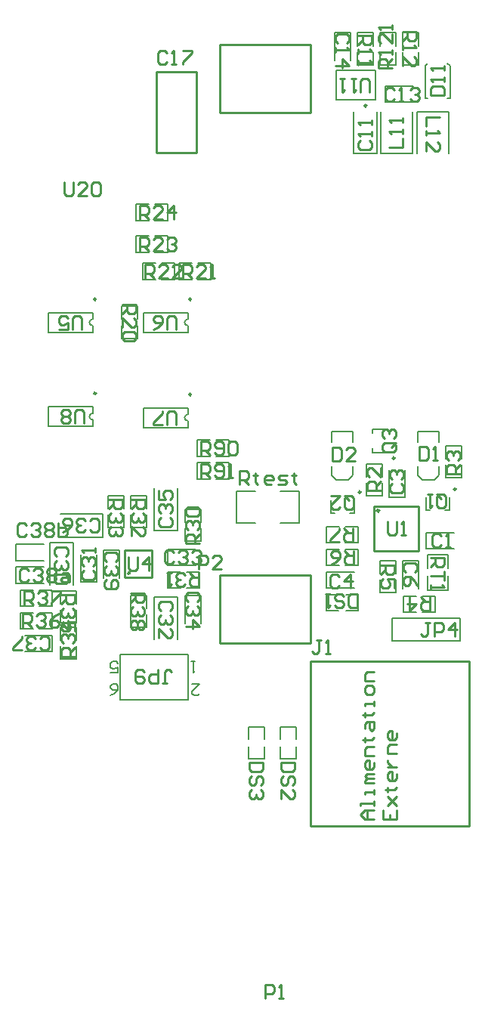
<source format=gto>
%FSLAX24Y24*%
%MOIN*%
G70*
G01*
G75*
%ADD10C,0.0100*%
%ADD11R,0.0394X0.0433*%
%ADD12R,0.0374X0.0354*%
%ADD13R,0.0630X0.0335*%
%ADD14R,0.0315X0.0118*%
%ADD15R,0.0118X0.0315*%
%ADD16R,0.0571X0.0217*%
%ADD17R,0.0236X0.0787*%
%ADD18R,0.0118X0.0787*%
%ADD19R,0.0591X0.0512*%
%ADD20R,0.0354X0.0374*%
%ADD21R,0.0354X0.0374*%
%ADD22R,0.1063X0.0630*%
%ADD23R,0.0433X0.0394*%
%ADD24R,0.0315X0.0630*%
%ADD25R,0.0709X0.0630*%
%ADD26R,0.0433X0.0394*%
%ADD27R,0.0940X0.1000*%
%ADD28R,0.1300X0.1600*%
%ADD29R,0.6693X0.2500*%
%ADD30R,0.0787X0.0787*%
%ADD31R,0.0236X0.0866*%
%ADD32R,0.0236X0.0866*%
%ADD33R,0.0709X0.1063*%
%ADD34R,0.0394X0.0433*%
%ADD35R,0.0374X0.0354*%
%ADD36R,0.0630X0.0709*%
%ADD37C,0.0400*%
%ADD38C,0.0300*%
%ADD39C,0.0200*%
%ADD40C,0.0500*%
%ADD41C,0.0591*%
%ADD42R,0.0591X0.0591*%
%ADD43C,0.1181*%
%ADD44C,0.1181*%
%ADD45C,0.1575*%
%ADD46C,0.0394*%
%ADD47C,0.0394*%
%ADD48R,0.0315X0.0315*%
%ADD49C,0.0098*%
%ADD50C,0.0079*%
%ADD51C,0.0080*%
D10*
X16439Y-21749D02*
G03*
X16439Y-21754I-62J-5D01*
G01*
X5421Y-24515D02*
G03*
X5420Y-24523I-44J0D01*
G01*
X9400Y-27603D02*
Y-24603D01*
X13400Y-27603D02*
Y-24603D01*
X9400Y-27603D02*
X13400D01*
X9400Y-24603D02*
X13400D01*
X9400Y-4203D02*
Y-1203D01*
X13400Y-4203D02*
Y-1203D01*
X9400Y-4203D02*
X13400D01*
X9400Y-1203D02*
X13400D01*
X16200Y-23546D02*
Y-21577D01*
Y-23546D02*
X18168D01*
Y-21577D01*
X16200D02*
X18168D01*
X6384Y-24681D02*
Y-23500D01*
X5203Y-24681D02*
X6384D01*
X5203Y-24681D02*
Y-23500D01*
X6384D01*
X6600Y-5950D02*
Y-2400D01*
X8350Y-5950D02*
Y-2400D01*
X6600D02*
X8350D01*
X6600Y-5950D02*
X8350D01*
X20400Y-35650D02*
Y-28400D01*
X13400D02*
X20400D01*
X13400Y-35650D02*
Y-28400D01*
Y-35650D02*
X20400D01*
X8450Y-24320D02*
Y-23720D01*
X8750D01*
X8850Y-23820D01*
Y-24020D01*
X8750Y-24120D01*
X8450D01*
X9450Y-24320D02*
X9050D01*
X9450Y-23920D01*
Y-23820D01*
X9350Y-23720D01*
X9150D01*
X9050Y-23820D01*
X11400Y-43270D02*
Y-42670D01*
X11700D01*
X11800Y-42770D01*
Y-42970D01*
X11700Y-43070D01*
X11400D01*
X12000Y-43270D02*
X12200D01*
X12100D01*
Y-42670D01*
X12000Y-42770D01*
X10250Y-20600D02*
Y-20000D01*
X10550D01*
X10650Y-20100D01*
Y-20300D01*
X10550Y-20400D01*
X10250D01*
X10450D02*
X10650Y-20600D01*
X10950Y-20100D02*
Y-20200D01*
X10850D01*
X11050D01*
X10950D01*
Y-20500D01*
X11050Y-20600D01*
X11650D02*
X11450D01*
X11350Y-20500D01*
Y-20300D01*
X11450Y-20200D01*
X11650D01*
X11750Y-20300D01*
Y-20400D01*
X11350D01*
X11949Y-20600D02*
X12249D01*
X12349Y-20500D01*
X12249Y-20400D01*
X12049D01*
X11949Y-20300D01*
X12049Y-20200D01*
X12349D01*
X12649Y-20100D02*
Y-20200D01*
X12549D01*
X12749D01*
X12649D01*
Y-20500D01*
X12749Y-20600D01*
X3400Y-17899D02*
Y-17399D01*
X3300Y-17299D01*
X3100D01*
X3000Y-17399D01*
Y-17899D01*
X2800Y-17799D02*
X2700Y-17899D01*
X2500D01*
X2400Y-17799D01*
Y-17699D01*
X2500Y-17599D01*
X2400Y-17499D01*
Y-17399D01*
X2500Y-17299D01*
X2700D01*
X2800Y-17399D01*
Y-17499D01*
X2700Y-17599D01*
X2800Y-17699D01*
Y-17799D01*
X2700Y-17599D02*
X2500D01*
X7450Y-17950D02*
Y-17450D01*
X7350Y-17350D01*
X7150D01*
X7050Y-17450D01*
Y-17950D01*
X6850D02*
X6450D01*
Y-17850D01*
X6850Y-17450D01*
Y-17350D01*
X7450Y-13750D02*
Y-13250D01*
X7350Y-13150D01*
X7150D01*
X7050Y-13250D01*
Y-13750D01*
X6450D02*
X6650Y-13650D01*
X6850Y-13450D01*
Y-13250D01*
X6750Y-13150D01*
X6550D01*
X6450Y-13250D01*
Y-13350D01*
X6550Y-13450D01*
X6850D01*
X3300Y-13750D02*
Y-13250D01*
X3200Y-13150D01*
X3000D01*
X2900Y-13250D01*
Y-13750D01*
X2300D02*
X2700D01*
Y-13450D01*
X2500Y-13550D01*
X2400D01*
X2300Y-13450D01*
Y-13250D01*
X2400Y-13150D01*
X2600D01*
X2700Y-13250D01*
X18650Y-26700D02*
X18450D01*
X18550D01*
Y-27200D01*
X18450Y-27300D01*
X18350D01*
X18250Y-27200D01*
X18850Y-27300D02*
Y-26700D01*
X19150D01*
X19250Y-26800D01*
Y-27000D01*
X19150Y-27100D01*
X18850D01*
X19750Y-27300D02*
Y-26700D01*
X19450Y-27000D01*
X19849D01*
X2530Y-7270D02*
Y-7770D01*
X2630Y-7870D01*
X2830D01*
X2930Y-7770D01*
Y-7270D01*
X3530Y-7870D02*
X3130D01*
X3530Y-7470D01*
Y-7370D01*
X3430Y-7270D01*
X3230D01*
X3130Y-7370D01*
X3730D02*
X3830Y-7270D01*
X4030D01*
X4129Y-7370D01*
Y-7770D01*
X4030Y-7870D01*
X3830D01*
X3730Y-7770D01*
Y-7370D01*
X13845Y-27455D02*
X13645D01*
X13745D01*
Y-27955D01*
X13645Y-28055D01*
X13545D01*
X13445Y-27955D01*
X14045Y-28055D02*
X14245D01*
X14145D01*
Y-27455D01*
X14045Y-27555D01*
X7045Y-1555D02*
X6945Y-1455D01*
X6745D01*
X6645Y-1555D01*
Y-1955D01*
X6745Y-2055D01*
X6945D01*
X7045Y-1955D01*
X7245Y-2055D02*
X7445D01*
X7345D01*
Y-1455D01*
X7245Y-1555D01*
X7745Y-1455D02*
X8145D01*
Y-1555D01*
X7745Y-1955D01*
Y-2055D01*
X19150Y-22869D02*
X19050Y-22769D01*
X18850D01*
X18750Y-22869D01*
Y-23269D01*
X18850Y-23369D01*
X19050D01*
X19150Y-23269D01*
X19350Y-23369D02*
X19550D01*
X19450D01*
Y-22769D01*
X19350Y-22869D01*
X17000Y-20569D02*
X16900Y-20669D01*
Y-20869D01*
X17000Y-20969D01*
X17400D01*
X17500Y-20869D01*
Y-20669D01*
X17400Y-20569D01*
X17000Y-20369D02*
X16900Y-20270D01*
Y-20070D01*
X17000Y-19970D01*
X17100D01*
X17200Y-20070D01*
Y-20170D01*
Y-20070D01*
X17300Y-19970D01*
X17400D01*
X17500Y-20070D01*
Y-20270D01*
X17400Y-20369D01*
X14650Y-24669D02*
X14550Y-24569D01*
X14350D01*
X14250Y-24669D01*
Y-25069D01*
X14350Y-25169D01*
X14550D01*
X14650Y-25069D01*
X15150Y-25169D02*
Y-24569D01*
X14850Y-24869D01*
X15250D01*
X18000Y-24469D02*
X18100Y-24369D01*
Y-24169D01*
X18000Y-24069D01*
X17600D01*
X17500Y-24169D01*
Y-24369D01*
X17600Y-24469D01*
X18100Y-25069D02*
X18000Y-24869D01*
X17800Y-24669D01*
X17600D01*
X17500Y-24769D01*
Y-24969D01*
X17600Y-25069D01*
X17700D01*
X17800Y-24969D01*
Y-24669D01*
X15600Y-5435D02*
X15500Y-5535D01*
Y-5735D01*
X15600Y-5835D01*
X16000D01*
X16100Y-5735D01*
Y-5535D01*
X16000Y-5435D01*
X16100Y-5235D02*
Y-5035D01*
Y-5135D01*
X15500D01*
X15600Y-5235D01*
X16100Y-4735D02*
Y-4535D01*
Y-4635D01*
X15500D01*
X15600Y-4735D01*
X17100Y-3185D02*
X17000Y-3085D01*
X16800D01*
X16700Y-3185D01*
Y-3585D01*
X16800Y-3685D01*
X17000D01*
X17100Y-3585D01*
X17300Y-3685D02*
X17500D01*
X17400D01*
Y-3085D01*
X17300Y-3185D01*
X17800D02*
X17900Y-3085D01*
X18100D01*
X18200Y-3185D01*
Y-3285D01*
X18100Y-3385D01*
X18000D01*
X18100D01*
X18200Y-3485D01*
Y-3585D01*
X18100Y-3685D01*
X17900D01*
X17800Y-3585D01*
X15000Y-1135D02*
X15100Y-1035D01*
Y-835D01*
X15000Y-735D01*
X14600D01*
X14500Y-835D01*
Y-1035D01*
X14600Y-1135D01*
X14500Y-1334D02*
Y-1534D01*
Y-1434D01*
X15100D01*
X15000Y-1334D01*
X14500Y-2134D02*
X15100D01*
X14800Y-1834D01*
Y-2234D01*
X2600Y-23751D02*
X2700Y-23651D01*
Y-23451D01*
X2600Y-23351D01*
X2200D01*
X2100Y-23451D01*
Y-23651D01*
X2200Y-23751D01*
X2600Y-23951D02*
X2700Y-24051D01*
Y-24251D01*
X2600Y-24351D01*
X2500D01*
X2400Y-24251D01*
Y-24151D01*
Y-24251D01*
X2300Y-24351D01*
X2200D01*
X2100Y-24251D01*
Y-24051D01*
X2200Y-23951D01*
X2600Y-24551D02*
X2700Y-24651D01*
Y-24851D01*
X2600Y-24951D01*
X2200D01*
X2100Y-24851D01*
Y-24651D01*
X2200Y-24551D01*
X2600D01*
X3400Y-24401D02*
X3300Y-24501D01*
Y-24701D01*
X3400Y-24801D01*
X3800D01*
X3900Y-24701D01*
Y-24501D01*
X3800Y-24401D01*
X3400Y-24201D02*
X3300Y-24101D01*
Y-23901D01*
X3400Y-23802D01*
X3500D01*
X3600Y-23901D01*
Y-24001D01*
Y-23901D01*
X3700Y-23802D01*
X3800D01*
X3900Y-23901D01*
Y-24101D01*
X3800Y-24201D01*
X3900Y-23602D02*
Y-23402D01*
Y-23502D01*
X3300D01*
X3400Y-23602D01*
X7200Y-26151D02*
X7300Y-26051D01*
Y-25851D01*
X7200Y-25751D01*
X6800D01*
X6700Y-25851D01*
Y-26051D01*
X6800Y-26151D01*
X7200Y-26351D02*
X7300Y-26451D01*
Y-26651D01*
X7200Y-26751D01*
X7100D01*
X7000Y-26651D01*
Y-26551D01*
Y-26651D01*
X6900Y-26751D01*
X6800D01*
X6700Y-26651D01*
Y-26451D01*
X6800Y-26351D01*
X6700Y-27351D02*
Y-26951D01*
X7100Y-27351D01*
X7200D01*
X7300Y-27251D01*
Y-27051D01*
X7200Y-26951D01*
X7350Y-23601D02*
X7250Y-23501D01*
X7050D01*
X6950Y-23601D01*
Y-24001D01*
X7050Y-24101D01*
X7250D01*
X7350Y-24001D01*
X7550Y-23601D02*
X7650Y-23501D01*
X7850D01*
X7950Y-23601D01*
Y-23701D01*
X7850Y-23801D01*
X7750D01*
X7850D01*
X7950Y-23901D01*
Y-24001D01*
X7850Y-24101D01*
X7650D01*
X7550Y-24001D01*
X8150Y-23601D02*
X8250Y-23501D01*
X8450D01*
X8549Y-23601D01*
Y-23701D01*
X8450Y-23801D01*
X8350D01*
X8450D01*
X8549Y-23901D01*
Y-24001D01*
X8450Y-24101D01*
X8250D01*
X8150Y-24001D01*
X8400Y-25751D02*
X8500Y-25651D01*
Y-25451D01*
X8400Y-25351D01*
X8000D01*
X7900Y-25451D01*
Y-25651D01*
X8000Y-25751D01*
X8400Y-25951D02*
X8500Y-26051D01*
Y-26251D01*
X8400Y-26351D01*
X8300D01*
X8200Y-26251D01*
Y-26151D01*
Y-26251D01*
X8100Y-26351D01*
X8000D01*
X7900Y-26251D01*
Y-26051D01*
X8000Y-25951D01*
X7900Y-26851D02*
X8500D01*
X8200Y-26551D01*
Y-26951D01*
X6800Y-22051D02*
X6700Y-22151D01*
Y-22351D01*
X6800Y-22451D01*
X7200D01*
X7300Y-22351D01*
Y-22151D01*
X7200Y-22051D01*
X6800Y-21851D02*
X6700Y-21751D01*
Y-21551D01*
X6800Y-21451D01*
X6900D01*
X7000Y-21551D01*
Y-21651D01*
Y-21551D01*
X7100Y-21451D01*
X7200D01*
X7300Y-21551D01*
Y-21751D01*
X7200Y-21851D01*
X6700Y-20852D02*
Y-21252D01*
X7000D01*
X6900Y-21052D01*
Y-20952D01*
X7000Y-20852D01*
X7200D01*
X7300Y-20952D01*
Y-21152D01*
X7200Y-21252D01*
X3650Y-22601D02*
X3750Y-22701D01*
X3950D01*
X4050Y-22601D01*
Y-22201D01*
X3950Y-22101D01*
X3750D01*
X3650Y-22201D01*
X3450Y-22601D02*
X3350Y-22701D01*
X3150D01*
X3050Y-22601D01*
Y-22501D01*
X3150Y-22401D01*
X3250D01*
X3150D01*
X3050Y-22301D01*
Y-22201D01*
X3150Y-22101D01*
X3350D01*
X3450Y-22201D01*
X2451Y-22701D02*
X2650Y-22601D01*
X2850Y-22401D01*
Y-22201D01*
X2750Y-22101D01*
X2550D01*
X2451Y-22201D01*
Y-22301D01*
X2550Y-22401D01*
X2850D01*
X1450Y-27801D02*
X1550Y-27901D01*
X1750D01*
X1850Y-27801D01*
Y-27401D01*
X1750Y-27301D01*
X1550D01*
X1450Y-27401D01*
X1250Y-27801D02*
X1150Y-27901D01*
X950D01*
X850Y-27801D01*
Y-27701D01*
X950Y-27601D01*
X1050D01*
X950D01*
X850Y-27501D01*
Y-27401D01*
X950Y-27301D01*
X1150D01*
X1250Y-27401D01*
X650Y-27901D02*
X251D01*
Y-27801D01*
X650Y-27401D01*
Y-27301D01*
X950Y-24400D02*
X850Y-24300D01*
X650D01*
X550Y-24400D01*
Y-24800D01*
X650Y-24900D01*
X850D01*
X950Y-24800D01*
X1150Y-24400D02*
X1250Y-24300D01*
X1450D01*
X1550Y-24400D01*
Y-24500D01*
X1450Y-24600D01*
X1350D01*
X1450D01*
X1550Y-24700D01*
Y-24800D01*
X1450Y-24900D01*
X1250D01*
X1150Y-24800D01*
X1750Y-24400D02*
X1850Y-24300D01*
X2050D01*
X2149Y-24400D01*
Y-24500D01*
X2050Y-24600D01*
X2149Y-24700D01*
Y-24800D01*
X2050Y-24900D01*
X1850D01*
X1750Y-24800D01*
Y-24700D01*
X1850Y-24600D01*
X1750Y-24500D01*
Y-24400D01*
X1850Y-24600D02*
X2050D01*
X2449Y-24500D02*
X2649D01*
X2749Y-24600D01*
Y-24900D01*
X2449D01*
X2349Y-24800D01*
X2449Y-24700D01*
X2749D01*
X18200Y-18919D02*
Y-19519D01*
X18500D01*
X18600Y-19419D01*
Y-19019D01*
X18500Y-18919D01*
X18200D01*
X18800Y-19519D02*
X19000D01*
X18900D01*
Y-18919D01*
X18800Y-19019D01*
X14350Y-18969D02*
Y-19569D01*
X14650D01*
X14750Y-19469D01*
Y-19069D01*
X14650Y-18969D01*
X14350D01*
X15350Y-19569D02*
X14950D01*
X15350Y-19169D01*
Y-19069D01*
X15250Y-18969D01*
X15050D01*
X14950Y-19069D01*
X18700Y-3435D02*
X19300D01*
Y-3135D01*
X19200Y-3035D01*
X18800D01*
X18700Y-3135D01*
Y-3435D01*
X19300Y-2835D02*
Y-2635D01*
Y-2735D01*
X18700D01*
X18800Y-2835D01*
X19300Y-2335D02*
Y-2135D01*
Y-2235D01*
X18700D01*
X18800Y-2335D01*
X15450Y-26019D02*
Y-25419D01*
X15150D01*
X15050Y-25519D01*
Y-25919D01*
X15150Y-26019D01*
X15450D01*
X14450Y-25919D02*
X14550Y-26019D01*
X14750D01*
X14850Y-25919D01*
Y-25819D01*
X14750Y-25719D01*
X14550D01*
X14450Y-25619D01*
Y-25519D01*
X14550Y-25419D01*
X14750D01*
X14850Y-25519D01*
X14250Y-25419D02*
X14050D01*
X14150D01*
Y-26019D01*
X14250Y-25919D01*
X12700Y-32850D02*
X12100D01*
Y-33150D01*
X12200Y-33250D01*
X12600D01*
X12700Y-33150D01*
Y-32850D01*
X12600Y-33850D02*
X12700Y-33750D01*
Y-33550D01*
X12600Y-33450D01*
X12500D01*
X12400Y-33550D01*
Y-33750D01*
X12300Y-33850D01*
X12200D01*
X12100Y-33750D01*
Y-33550D01*
X12200Y-33450D01*
X12100Y-34449D02*
Y-34050D01*
X12500Y-34449D01*
X12600D01*
X12700Y-34350D01*
Y-34150D01*
X12600Y-34050D01*
X11300Y-32850D02*
X10700D01*
Y-33150D01*
X10800Y-33250D01*
X11200D01*
X11300Y-33150D01*
Y-32850D01*
X11200Y-33850D02*
X11300Y-33750D01*
Y-33550D01*
X11200Y-33450D01*
X11100D01*
X11000Y-33550D01*
Y-33750D01*
X10900Y-33850D01*
X10800D01*
X10700Y-33750D01*
Y-33550D01*
X10800Y-33450D01*
X11200Y-34050D02*
X11300Y-34150D01*
Y-34350D01*
X11200Y-34449D01*
X11100D01*
X11000Y-34350D01*
Y-34250D01*
Y-34350D01*
X10900Y-34449D01*
X10800D01*
X10700Y-34350D01*
Y-34150D01*
X10800Y-34050D01*
X16850Y-5735D02*
X17450D01*
Y-5335D01*
Y-5135D02*
Y-4935D01*
Y-5035D01*
X16850D01*
X16950Y-5135D01*
X17450Y-4635D02*
Y-4435D01*
Y-4535D01*
X16850D01*
X16950Y-4635D01*
X19100Y-4385D02*
X18500D01*
Y-4785D01*
Y-4984D02*
Y-5184D01*
Y-5084D01*
X19100D01*
X19000Y-4984D01*
X18500Y-5884D02*
Y-5484D01*
X18900Y-5884D01*
X19000D01*
X19100Y-5784D01*
Y-5584D01*
X19000Y-5484D01*
X18950Y-21119D02*
Y-21519D01*
X19050Y-21619D01*
X19250D01*
X19350Y-21519D01*
Y-21119D01*
X19250Y-21019D01*
X19050D01*
X19150Y-21219D02*
X18950Y-21019D01*
X19050D02*
X18950Y-21119D01*
X18750Y-21019D02*
X18550D01*
X18650D01*
Y-21619D01*
X18750Y-21519D01*
X14900Y-21200D02*
Y-21600D01*
X15000Y-21700D01*
X15200D01*
X15300Y-21600D01*
Y-21200D01*
X15200Y-21100D01*
X15000D01*
X15100Y-21300D02*
X14900Y-21100D01*
X15000D02*
X14900Y-21200D01*
X14300Y-21100D02*
X14700D01*
X14300Y-21500D01*
Y-21600D01*
X14400Y-21700D01*
X14600D01*
X14700Y-21600D01*
X17050Y-18769D02*
X16650D01*
X16550Y-18869D01*
Y-19069D01*
X16650Y-19169D01*
X17050D01*
X17150Y-19069D01*
Y-18869D01*
X16950Y-18969D02*
X17150Y-18769D01*
Y-18869D02*
X17050Y-18769D01*
X16650Y-18569D02*
X16550Y-18470D01*
Y-18270D01*
X16650Y-18170D01*
X16750D01*
X16850Y-18270D01*
Y-18370D01*
Y-18270D01*
X16950Y-18170D01*
X17050D01*
X17150Y-18270D01*
Y-18470D01*
X17050Y-18569D01*
X16500Y-20850D02*
X15900D01*
Y-20550D01*
X16000Y-20450D01*
X16200D01*
X16300Y-20550D01*
Y-20850D01*
Y-20650D02*
X16500Y-20450D01*
Y-19850D02*
Y-20250D01*
X16100Y-19850D01*
X16000D01*
X15900Y-19950D01*
Y-20150D01*
X16000Y-20250D01*
X20000Y-20135D02*
X19400D01*
Y-19835D01*
X19500Y-19735D01*
X19700D01*
X19800Y-19835D01*
Y-20135D01*
Y-19935D02*
X20000Y-19735D01*
X19500Y-19535D02*
X19400Y-19435D01*
Y-19235D01*
X19500Y-19135D01*
X19600D01*
X19700Y-19235D01*
Y-19335D01*
Y-19235D01*
X19800Y-19135D01*
X19900D01*
X20000Y-19235D01*
Y-19435D01*
X19900Y-19535D01*
X18650Y-25569D02*
Y-26169D01*
X18350D01*
X18250Y-26069D01*
Y-25869D01*
X18350Y-25769D01*
X18650D01*
X18450D02*
X18250Y-25569D01*
X17750D02*
Y-26169D01*
X18050Y-25869D01*
X17650D01*
X16500Y-24169D02*
X17100D01*
Y-24469D01*
X17000Y-24569D01*
X16800D01*
X16700Y-24469D01*
Y-24169D01*
Y-24369D02*
X16500Y-24569D01*
X17100Y-25169D02*
Y-24769D01*
X16800D01*
X16900Y-24969D01*
Y-25069D01*
X16800Y-25169D01*
X16600D01*
X16500Y-25069D01*
Y-24869D01*
X16600Y-24769D01*
X15300Y-23519D02*
Y-24119D01*
X15000D01*
X14900Y-24019D01*
Y-23819D01*
X15000Y-23719D01*
X15300D01*
X15100D02*
X14900Y-23519D01*
X14300Y-24119D02*
X14500Y-24019D01*
X14700Y-23819D01*
Y-23619D01*
X14600Y-23519D01*
X14400D01*
X14300Y-23619D01*
Y-23719D01*
X14400Y-23819D01*
X14700D01*
X15250Y-22519D02*
Y-23119D01*
X14950D01*
X14850Y-23019D01*
Y-22819D01*
X14950Y-22719D01*
X15250D01*
X15050D02*
X14850Y-22519D01*
X14650Y-23119D02*
X14250D01*
Y-23019D01*
X14650Y-22619D01*
Y-22519D01*
X15500Y-785D02*
X16100D01*
Y-1085D01*
X16000Y-1185D01*
X15800D01*
X15700Y-1085D01*
Y-785D01*
Y-985D02*
X15500Y-1185D01*
Y-1384D02*
Y-1584D01*
Y-1484D01*
X16100D01*
X16000Y-1384D01*
X15500Y-1884D02*
Y-2084D01*
Y-1984D01*
X16100D01*
X16000Y-1884D01*
X17450Y-635D02*
X18050D01*
Y-935D01*
X17950Y-1035D01*
X17750D01*
X17650Y-935D01*
Y-635D01*
Y-835D02*
X17450Y-1035D01*
Y-1234D02*
Y-1434D01*
Y-1334D01*
X18050D01*
X17950Y-1234D01*
X17450Y-2134D02*
Y-1734D01*
X17850Y-2134D01*
X17950D01*
X18050Y-2034D01*
Y-1834D01*
X17950Y-1734D01*
X5100Y-12650D02*
X5700D01*
Y-12950D01*
X5600Y-13050D01*
X5400D01*
X5300Y-12950D01*
Y-12650D01*
Y-12850D02*
X5100Y-13050D01*
Y-13650D02*
Y-13250D01*
X5500Y-13650D01*
X5600D01*
X5700Y-13550D01*
Y-13350D01*
X5600Y-13250D01*
Y-13850D02*
X5700Y-13950D01*
Y-14150D01*
X5600Y-14249D01*
X5200D01*
X5100Y-14150D01*
Y-13950D01*
X5200Y-13850D01*
X5600D01*
X7750Y-11500D02*
Y-10900D01*
X8050D01*
X8150Y-11000D01*
Y-11200D01*
X8050Y-11300D01*
X7750D01*
X7950D02*
X8150Y-11500D01*
X8750D02*
X8350D01*
X8750Y-11100D01*
Y-11000D01*
X8650Y-10900D01*
X8450D01*
X8350Y-11000D01*
X8950Y-11500D02*
X9150D01*
X9050D01*
Y-10900D01*
X8950Y-11000D01*
X6100Y-11500D02*
Y-10900D01*
X6400D01*
X6500Y-11000D01*
Y-11200D01*
X6400Y-11300D01*
X6100D01*
X6300D02*
X6500Y-11500D01*
X7100D02*
X6700D01*
X7100Y-11100D01*
Y-11000D01*
X7000Y-10900D01*
X6800D01*
X6700Y-11000D01*
X7699Y-11500D02*
X7300D01*
X7699Y-11100D01*
Y-11000D01*
X7600Y-10900D01*
X7400D01*
X7300Y-11000D01*
X5850Y-10300D02*
Y-9700D01*
X6150D01*
X6250Y-9800D01*
Y-10000D01*
X6150Y-10100D01*
X5850D01*
X6050D02*
X6250Y-10300D01*
X6850D02*
X6450D01*
X6850Y-9900D01*
Y-9800D01*
X6750Y-9700D01*
X6550D01*
X6450Y-9800D01*
X7050D02*
X7150Y-9700D01*
X7350D01*
X7449Y-9800D01*
Y-9900D01*
X7350Y-10000D01*
X7250D01*
X7350D01*
X7449Y-10100D01*
Y-10200D01*
X7350Y-10300D01*
X7150D01*
X7050Y-10200D01*
X5850Y-8900D02*
Y-8300D01*
X6150D01*
X6250Y-8400D01*
Y-8600D01*
X6150Y-8700D01*
X5850D01*
X6050D02*
X6250Y-8900D01*
X6850D02*
X6450D01*
X6850Y-8500D01*
Y-8400D01*
X6750Y-8300D01*
X6550D01*
X6450Y-8400D01*
X7350Y-8900D02*
Y-8300D01*
X7050Y-8600D01*
X7449D01*
X8500Y-23201D02*
X7900D01*
Y-22901D01*
X8000Y-22801D01*
X8200D01*
X8300Y-22901D01*
Y-23201D01*
Y-23001D02*
X8500Y-22801D01*
X8000Y-22601D02*
X7900Y-22501D01*
Y-22301D01*
X8000Y-22201D01*
X8100D01*
X8200Y-22301D01*
Y-22401D01*
Y-22301D01*
X8300Y-22201D01*
X8400D01*
X8500Y-22301D01*
Y-22501D01*
X8400Y-22601D01*
X8000Y-22002D02*
X7900Y-21902D01*
Y-21702D01*
X8000Y-21602D01*
X8400D01*
X8500Y-21702D01*
Y-21902D01*
X8400Y-22002D01*
X8000D01*
X8450Y-24501D02*
Y-25101D01*
X8150D01*
X8050Y-25001D01*
Y-24801D01*
X8150Y-24701D01*
X8450D01*
X8250D02*
X8050Y-24501D01*
X7850Y-25001D02*
X7750Y-25101D01*
X7550D01*
X7450Y-25001D01*
Y-24901D01*
X7550Y-24801D01*
X7650D01*
X7550D01*
X7450Y-24701D01*
Y-24601D01*
X7550Y-24501D01*
X7750D01*
X7850Y-24601D01*
X7250Y-24501D02*
X7050D01*
X7150D01*
Y-25101D01*
X7250Y-25001D01*
X5500Y-21251D02*
X6100D01*
Y-21551D01*
X6000Y-21651D01*
X5800D01*
X5700Y-21551D01*
Y-21251D01*
Y-21451D02*
X5500Y-21651D01*
X6000Y-21851D02*
X6100Y-21951D01*
Y-22151D01*
X6000Y-22251D01*
X5900D01*
X5800Y-22151D01*
Y-22051D01*
Y-22151D01*
X5700Y-22251D01*
X5600D01*
X5500Y-22151D01*
Y-21951D01*
X5600Y-21851D01*
X5500Y-22851D02*
Y-22451D01*
X5900Y-22851D01*
X6000D01*
X6100Y-22751D01*
Y-22551D01*
X6000Y-22451D01*
X4500Y-21251D02*
X5100D01*
Y-21551D01*
X5000Y-21651D01*
X4800D01*
X4700Y-21551D01*
Y-21251D01*
Y-21451D02*
X4500Y-21651D01*
X5000Y-21851D02*
X5100Y-21951D01*
Y-22151D01*
X5000Y-22251D01*
X4900D01*
X4800Y-22151D01*
Y-22051D01*
Y-22151D01*
X4700Y-22251D01*
X4600D01*
X4500Y-22151D01*
Y-21951D01*
X4600Y-21851D01*
X5000Y-22451D02*
X5100Y-22551D01*
Y-22751D01*
X5000Y-22851D01*
X4900D01*
X4800Y-22751D01*
Y-22651D01*
Y-22751D01*
X4700Y-22851D01*
X4600D01*
X4500Y-22751D01*
Y-22551D01*
X4600Y-22451D01*
X3000Y-28201D02*
X2400D01*
Y-27901D01*
X2500Y-27801D01*
X2700D01*
X2800Y-27901D01*
Y-28201D01*
Y-28001D02*
X3000Y-27801D01*
X2500Y-27601D02*
X2400Y-27501D01*
Y-27301D01*
X2500Y-27201D01*
X2600D01*
X2700Y-27301D01*
Y-27401D01*
Y-27301D01*
X2800Y-27201D01*
X2900D01*
X3000Y-27301D01*
Y-27501D01*
X2900Y-27601D01*
X3000Y-26702D02*
X2400D01*
X2700Y-27002D01*
Y-26602D01*
X2400Y-25451D02*
X3000D01*
Y-25751D01*
X2900Y-25851D01*
X2700D01*
X2600Y-25751D01*
Y-25451D01*
Y-25651D02*
X2400Y-25851D01*
X2900Y-26051D02*
X3000Y-26151D01*
Y-26351D01*
X2900Y-26451D01*
X2800D01*
X2700Y-26351D01*
Y-26251D01*
Y-26351D01*
X2600Y-26451D01*
X2500D01*
X2400Y-26351D01*
Y-26151D01*
X2500Y-26051D01*
X3000Y-27051D02*
Y-26651D01*
X2700D01*
X2800Y-26851D01*
Y-26951D01*
X2700Y-27051D01*
X2500D01*
X2400Y-26951D01*
Y-26751D01*
X2500Y-26651D01*
X700Y-26901D02*
Y-26301D01*
X1000D01*
X1100Y-26401D01*
Y-26601D01*
X1000Y-26701D01*
X700D01*
X900D02*
X1100Y-26901D01*
X1300Y-26401D02*
X1400Y-26301D01*
X1600D01*
X1700Y-26401D01*
Y-26501D01*
X1600Y-26601D01*
X1500D01*
X1600D01*
X1700Y-26701D01*
Y-26801D01*
X1600Y-26901D01*
X1400D01*
X1300Y-26801D01*
X2299Y-26301D02*
X2100Y-26401D01*
X1900Y-26601D01*
Y-26801D01*
X2000Y-26901D01*
X2200D01*
X2299Y-26801D01*
Y-26701D01*
X2200Y-26601D01*
X1900D01*
X750Y-25901D02*
Y-25301D01*
X1050D01*
X1150Y-25401D01*
Y-25601D01*
X1050Y-25701D01*
X750D01*
X950D02*
X1150Y-25901D01*
X1350Y-25401D02*
X1450Y-25301D01*
X1650D01*
X1750Y-25401D01*
Y-25501D01*
X1650Y-25601D01*
X1550D01*
X1650D01*
X1750Y-25701D01*
Y-25801D01*
X1650Y-25901D01*
X1450D01*
X1350Y-25801D01*
X1950Y-25301D02*
X2349D01*
Y-25401D01*
X1950Y-25801D01*
Y-25901D01*
X17000Y-2235D02*
X16400D01*
Y-1935D01*
X16500Y-1835D01*
X16700D01*
X16800Y-1935D01*
Y-2235D01*
Y-2035D02*
X17000Y-1835D01*
Y-1635D02*
Y-1435D01*
Y-1535D01*
X16400D01*
X16500Y-1635D01*
X17000Y-735D02*
Y-1135D01*
X16600Y-735D01*
X16500D01*
X16400Y-835D01*
Y-1035D01*
X16500Y-1135D01*
X17000Y-535D02*
Y-335D01*
Y-435D01*
X16400D01*
X16500Y-535D01*
X18700Y-23819D02*
X19300D01*
Y-24119D01*
X19200Y-24219D01*
X19000D01*
X18900Y-24119D01*
Y-23819D01*
Y-24019D02*
X18700Y-24219D01*
X19300Y-24419D02*
Y-24819D01*
Y-24619D01*
X18700D01*
Y-25019D02*
Y-25219D01*
Y-25119D01*
X19300D01*
X19200Y-25019D01*
X5350Y-23801D02*
Y-24301D01*
X5450Y-24401D01*
X5650D01*
X5750Y-24301D01*
Y-23801D01*
X6250Y-24401D02*
Y-23801D01*
X5950Y-24101D01*
X6350D01*
X16000Y-3284D02*
Y-2785D01*
X15900Y-2685D01*
X15700D01*
X15600Y-2785D01*
Y-3284D01*
X15400Y-2685D02*
X15200D01*
X15300D01*
Y-3284D01*
X15400Y-3184D01*
X14900Y-2685D02*
X14700D01*
X14800D01*
Y-3284D01*
X14900Y-3184D01*
X5450Y-25401D02*
X6050D01*
Y-25701D01*
X5950Y-25801D01*
X5750D01*
X5650Y-25701D01*
Y-25401D01*
Y-25601D02*
X5450Y-25801D01*
X5950Y-26001D02*
X6050Y-26101D01*
Y-26301D01*
X5950Y-26401D01*
X5850D01*
X5750Y-26301D01*
Y-26201D01*
Y-26301D01*
X5650Y-26401D01*
X5550D01*
X5450Y-26301D01*
Y-26101D01*
X5550Y-26001D01*
X5950Y-26601D02*
X6050Y-26701D01*
Y-26901D01*
X5950Y-27001D01*
X5850D01*
X5750Y-26901D01*
X5650Y-27001D01*
X5550D01*
X5450Y-26901D01*
Y-26701D01*
X5550Y-26601D01*
X5650D01*
X5750Y-26701D01*
X5850Y-26601D01*
X5950D01*
X5750Y-26701D02*
Y-26901D01*
X16800Y-22219D02*
Y-22719D01*
X16900Y-22819D01*
X17100D01*
X17200Y-22719D01*
Y-22219D01*
X17400Y-22819D02*
X17600D01*
X17500D01*
Y-22219D01*
X17400Y-22319D01*
X6850Y-29350D02*
X7050D01*
X6950D01*
Y-28850D01*
X7050Y-28750D01*
X7150D01*
X7250Y-28850D01*
X6650Y-28750D02*
Y-29350D01*
X6350D01*
X6250Y-29250D01*
Y-29050D01*
X6350Y-28950D01*
X6650D01*
X6050Y-28850D02*
X5950Y-28750D01*
X5750D01*
X5651Y-28850D01*
Y-29250D01*
X5750Y-29350D01*
X5950D01*
X6050Y-29250D01*
Y-29150D01*
X5950Y-29050D01*
X5651D01*
X4800Y-24001D02*
X4900Y-23901D01*
Y-23701D01*
X4800Y-23601D01*
X4400D01*
X4300Y-23701D01*
Y-23901D01*
X4400Y-24001D01*
X4800Y-24201D02*
X4900Y-24301D01*
Y-24501D01*
X4800Y-24601D01*
X4700D01*
X4600Y-24501D01*
Y-24401D01*
Y-24501D01*
X4500Y-24601D01*
X4400D01*
X4300Y-24501D01*
Y-24301D01*
X4400Y-24201D01*
Y-24801D02*
X4300Y-24901D01*
Y-25101D01*
X4400Y-25201D01*
X4800D01*
X4900Y-25101D01*
Y-24901D01*
X4800Y-24801D01*
X4700D01*
X4600Y-24901D01*
Y-25201D01*
X8550Y-19300D02*
Y-18700D01*
X8850D01*
X8950Y-18800D01*
Y-19000D01*
X8850Y-19100D01*
X8550D01*
X8750D02*
X8950Y-19300D01*
X9150Y-19200D02*
X9250Y-19300D01*
X9450D01*
X9550Y-19200D01*
Y-18800D01*
X9450Y-18700D01*
X9250D01*
X9150Y-18800D01*
Y-18900D01*
X9250Y-19000D01*
X9550D01*
X9750Y-18800D02*
X9850Y-18700D01*
X10050D01*
X10149Y-18800D01*
Y-19200D01*
X10050Y-19300D01*
X9850D01*
X9750Y-19200D01*
Y-18800D01*
X8550Y-20300D02*
Y-19700D01*
X8850D01*
X8950Y-19800D01*
Y-20000D01*
X8850Y-20100D01*
X8550D01*
X8750D02*
X8950Y-20300D01*
X9150Y-20200D02*
X9250Y-20300D01*
X9450D01*
X9550Y-20200D01*
Y-19800D01*
X9450Y-19700D01*
X9250D01*
X9150Y-19800D01*
Y-19900D01*
X9250Y-20000D01*
X9550D01*
X9750Y-20300D02*
X9950D01*
X9850D01*
Y-19700D01*
X9750Y-19800D01*
X850Y-22410D02*
X750Y-22310D01*
X550D01*
X450Y-22410D01*
Y-22810D01*
X550Y-22910D01*
X750D01*
X850Y-22810D01*
X1050Y-22410D02*
X1150Y-22310D01*
X1350D01*
X1450Y-22410D01*
Y-22510D01*
X1350Y-22610D01*
X1250D01*
X1350D01*
X1450Y-22710D01*
Y-22810D01*
X1350Y-22910D01*
X1150D01*
X1050Y-22810D01*
X1650Y-22410D02*
X1750Y-22310D01*
X1950D01*
X2049Y-22410D01*
Y-22510D01*
X1950Y-22610D01*
X2049Y-22710D01*
Y-22810D01*
X1950Y-22910D01*
X1750D01*
X1650Y-22810D01*
Y-22710D01*
X1750Y-22610D01*
X1650Y-22510D01*
Y-22410D01*
X1750Y-22610D02*
X1950D01*
X2249Y-22310D02*
Y-22910D01*
X2549D01*
X2649Y-22810D01*
Y-22710D01*
Y-22610D01*
X2549Y-22510D01*
X2249D01*
X16600Y-34950D02*
Y-35350D01*
X17200D01*
Y-34950D01*
X16900Y-35350D02*
Y-35150D01*
X16800Y-34750D02*
X17200Y-34350D01*
X17000Y-34550D01*
X16800Y-34350D01*
X17200Y-34750D01*
X16700Y-34050D02*
X16800D01*
Y-34150D01*
Y-33950D01*
Y-34050D01*
X17100D01*
X17200Y-33950D01*
Y-33351D02*
Y-33551D01*
X17100Y-33651D01*
X16900D01*
X16800Y-33551D01*
Y-33351D01*
X16900Y-33251D01*
X17000D01*
Y-33651D01*
X16800Y-33051D02*
X17200D01*
X17000D01*
X16900Y-32951D01*
X16800Y-32851D01*
Y-32751D01*
X17200Y-32451D02*
X16800D01*
Y-32151D01*
X16900Y-32051D01*
X17200D01*
Y-31551D02*
Y-31751D01*
X17100Y-31851D01*
X16900D01*
X16800Y-31751D01*
Y-31551D01*
X16900Y-31451D01*
X17000D01*
Y-31851D01*
X16200Y-35350D02*
X15800D01*
X15600Y-35150D01*
X15800Y-34950D01*
X16200D01*
X15900D01*
Y-35350D01*
X16200Y-34750D02*
Y-34550D01*
Y-34650D01*
X15600D01*
Y-34750D01*
X16200Y-34250D02*
Y-34050D01*
Y-34150D01*
X15800D01*
Y-34250D01*
X16200Y-33751D02*
X15800D01*
Y-33651D01*
X15900Y-33551D01*
X16200D01*
X15900D01*
X15800Y-33451D01*
X15900Y-33351D01*
X16200D01*
Y-32851D02*
Y-33051D01*
X16100Y-33151D01*
X15900D01*
X15800Y-33051D01*
Y-32851D01*
X15900Y-32751D01*
X16000D01*
Y-33151D01*
X16200Y-32551D02*
X15800D01*
Y-32251D01*
X15900Y-32151D01*
X16200D01*
X15700Y-31851D02*
X15800D01*
Y-31951D01*
Y-31751D01*
Y-31851D01*
X16100D01*
X16200Y-31751D01*
X15800Y-31351D02*
Y-31151D01*
X15900Y-31051D01*
X16200D01*
Y-31351D01*
X16100Y-31451D01*
X16000Y-31351D01*
Y-31051D01*
X15700Y-30751D02*
X15800D01*
Y-30851D01*
Y-30652D01*
Y-30751D01*
X16100D01*
X16200Y-30652D01*
Y-30352D02*
Y-30152D01*
Y-30252D01*
X15800D01*
Y-30352D01*
X16200Y-29752D02*
Y-29552D01*
X16100Y-29452D01*
X15900D01*
X15800Y-29552D01*
Y-29752D01*
X15900Y-29852D01*
X16100D01*
X16200Y-29752D01*
Y-29252D02*
X15800D01*
Y-28952D01*
X15900Y-28852D01*
X16200D01*
D49*
X15872Y-3890D02*
G03*
X15872Y-3890I-49J0D01*
G01*
X19817Y-20807D02*
G03*
X19817Y-20807I-49J0D01*
G01*
X3934Y-16576D02*
G03*
X3934Y-16576I-49J0D01*
G01*
X17112Y-19437D02*
G03*
X17112Y-19437I-49J0D01*
G01*
X15617Y-20937D02*
G03*
X15617Y-20937I-49J0D01*
G01*
X3934Y-12426D02*
G03*
X3934Y-12426I-49J0D01*
G01*
X8134D02*
G03*
X8134Y-12426I-49J0D01*
G01*
Y-16626D02*
G03*
X8134Y-16626I-49J0D01*
G01*
D50*
X3784Y-17456D02*
G03*
X3784Y-17744I0J-144D01*
G01*
Y-13306D02*
G03*
X3784Y-13594I0J-144D01*
G01*
X7984Y-13306D02*
G03*
X7984Y-13594I0J-144D01*
G01*
Y-17506D02*
G03*
X7984Y-17794I0J-144D01*
G01*
X17000Y-26500D02*
X20000D01*
X17000Y-27500D02*
Y-26500D01*
Y-27500D02*
X20000D01*
Y-26500D01*
X5000Y-30100D02*
Y-28100D01*
X8000Y-30100D02*
Y-28100D01*
X5000Y-30100D02*
X8000D01*
X5000Y-28100D02*
X8000D01*
X5000D02*
X6917D01*
X14534Y-2335D02*
X16266D01*
X14534Y-3634D02*
X16266D01*
Y-2335D01*
X14534Y-3634D02*
Y-2335D01*
X19453Y-24312D02*
Y-23682D01*
X18547Y-24312D02*
Y-23682D01*
X19453D01*
X18547Y-25257D02*
X19453D01*
Y-24627D01*
X18547Y-25257D02*
Y-24627D01*
X16554Y-20262D02*
Y-19691D01*
X15846Y-20262D02*
Y-19691D01*
X16554D01*
X15846Y-21109D02*
X16554D01*
Y-20538D01*
X15846Y-21109D02*
Y-20538D01*
X18488Y-21732D02*
X18665D01*
X19335D02*
X19512D01*
Y-21151D01*
X18488Y-21732D02*
Y-21151D01*
X16511Y-6008D02*
Y-4158D01*
X17889Y-6008D02*
Y-4158D01*
X16511Y-6008D02*
X17889D01*
X14957Y-26174D02*
X15509D01*
X14091D02*
X14643D01*
X14957Y-25465D02*
X15509D01*
X14091D02*
X14643D01*
X15509Y-26174D02*
Y-25465D01*
X14091Y-26174D02*
Y-25465D01*
X18449Y-3552D02*
X18568D01*
X18449D02*
Y-2115D01*
X19551Y-3552D02*
Y-2115D01*
X19432Y-3552D02*
X19551D01*
X19432Y-2017D02*
X19551Y-2115D01*
X18449D02*
X18568Y-2017D01*
X18132Y-20183D02*
X18324Y-20381D01*
X18128Y-20175D02*
Y-19811D01*
X18324Y-20381D02*
X18876D01*
X19072Y-20175D02*
Y-19811D01*
X18128Y-18275D02*
X19072D01*
X18128Y-18728D02*
Y-18275D01*
X19072Y-18728D02*
Y-18275D01*
X18876Y-20381D02*
X19065Y-20191D01*
X15288Y-6008D02*
X16312D01*
Y-4158D01*
X15288Y-6008D02*
Y-4158D01*
X18491Y-22715D02*
X19712D01*
X18491Y-23424D02*
X19712D01*
X18491D02*
Y-22715D01*
X3784Y-17456D02*
Y-17167D01*
Y-18033D02*
Y-17744D01*
X1816Y-18033D02*
Y-17167D01*
X3784D01*
X1816Y-18033D02*
X3784D01*
X12051Y-22289D02*
X12878D01*
X10122D02*
X10949D01*
X12051Y-20911D02*
X12878D01*
X10122D02*
X10949D01*
X12878Y-22289D02*
Y-20911D01*
X10122Y-22289D02*
Y-20911D01*
X391Y-23246D02*
X1612D01*
X391Y-23954D02*
X1612D01*
X391D02*
Y-23246D01*
X8391Y-18646D02*
X8962D01*
X8391Y-19354D02*
X8962D01*
X8391D02*
Y-18646D01*
X9809Y-19354D02*
Y-18646D01*
X9238D02*
X9809D01*
X9238Y-19354D02*
X9809D01*
X8391Y-19646D02*
X8962D01*
X8391Y-20354D02*
X8962D01*
X8391D02*
Y-19646D01*
X9809Y-20354D02*
Y-19646D01*
X9238D02*
X9809D01*
X9238Y-20354D02*
X9809D01*
X4954Y-24713D02*
Y-23493D01*
X4246Y-24713D02*
Y-23493D01*
X4954D01*
X6154Y-26063D02*
Y-25493D01*
X5446Y-26063D02*
Y-25493D01*
X6154D01*
X5446Y-26910D02*
X6154D01*
Y-26339D01*
X5446Y-26910D02*
Y-26339D01*
X16446Y-2093D02*
Y-1522D01*
X17154Y-2093D02*
Y-1522D01*
X16446Y-2093D02*
X17154D01*
X16446Y-676D02*
X17154D01*
X16446Y-1247D02*
Y-676D01*
X17154Y-1247D02*
Y-676D01*
X591Y-25247D02*
X1162D01*
X591Y-25956D02*
X1162D01*
X591D02*
Y-25247D01*
X2009Y-25956D02*
Y-25247D01*
X1438D02*
X2009D01*
X1438Y-25956D02*
X2009D01*
X591Y-26247D02*
X1162D01*
X591Y-26956D02*
X1162D01*
X591D02*
Y-26247D01*
X2009Y-26956D02*
Y-26247D01*
X1438D02*
X2009D01*
X1438Y-26956D02*
X2009D01*
X3054Y-25863D02*
Y-25293D01*
X2346Y-25863D02*
Y-25293D01*
X3054D01*
X2346Y-26710D02*
X3054D01*
Y-26139D01*
X2346Y-26710D02*
Y-26139D01*
Y-28310D02*
Y-27739D01*
X3054Y-28310D02*
Y-27739D01*
X2346Y-28310D02*
X3054D01*
X2346Y-26893D02*
X3054D01*
X2346Y-27463D02*
Y-26893D01*
X3054Y-27463D02*
Y-26893D01*
X5154Y-21663D02*
Y-21093D01*
X4446Y-21663D02*
Y-21093D01*
X5154D01*
X4446Y-22510D02*
X5154D01*
Y-21939D01*
X4446Y-22510D02*
Y-21939D01*
X6154Y-21663D02*
Y-21093D01*
X5446Y-21663D02*
Y-21093D01*
X6154D01*
X5446Y-22510D02*
X6154D01*
Y-21939D01*
X5446Y-22510D02*
Y-21939D01*
X7938Y-25156D02*
X8509D01*
X7938Y-24447D02*
X8509D01*
Y-25156D02*
Y-24447D01*
X7091Y-25156D02*
Y-24447D01*
Y-25156D02*
X7662D01*
X7091Y-24447D02*
X7662D01*
X7846Y-23110D02*
Y-22539D01*
X8554Y-23110D02*
Y-22539D01*
X7846Y-23110D02*
X8554D01*
X7846Y-21693D02*
X8554D01*
X7846Y-22263D02*
Y-21693D01*
X8554Y-22263D02*
Y-21693D01*
X5691Y-8246D02*
X6262D01*
X5691Y-8954D02*
X6262D01*
X5691D02*
Y-8246D01*
X7109Y-8954D02*
Y-8246D01*
X6538D02*
X7109D01*
X6538Y-8954D02*
X7109D01*
X5691Y-9646D02*
X6262D01*
X5691Y-10354D02*
X6262D01*
X5691D02*
Y-9646D01*
X7109Y-10354D02*
Y-9646D01*
X6538D02*
X7109D01*
X6538Y-10354D02*
X7109D01*
X6838Y-11554D02*
X7409D01*
X6838Y-10846D02*
X7409D01*
Y-11554D02*
Y-10846D01*
X5991Y-11554D02*
Y-10846D01*
Y-11554D02*
X6562D01*
X5991Y-10846D02*
X6562D01*
X7591D02*
X8162D01*
X7591Y-11554D02*
X8162D01*
X7591D02*
Y-10846D01*
X9009Y-11554D02*
Y-10846D01*
X8438D02*
X9009D01*
X8438Y-11554D02*
X9009D01*
X5754Y-13312D02*
Y-12741D01*
X5046Y-13312D02*
Y-12741D01*
X5754D01*
X5046Y-14159D02*
X5754D01*
Y-13588D01*
X5046Y-14159D02*
Y-13588D01*
X18154Y-1247D02*
Y-676D01*
X17446Y-1247D02*
Y-676D01*
X18154D01*
X17446Y-2093D02*
X18154D01*
Y-1522D01*
X17446Y-2093D02*
Y-1522D01*
X16154Y-1247D02*
Y-676D01*
X15446Y-1247D02*
Y-676D01*
X16154D01*
X15446Y-2093D02*
X16154D01*
Y-1522D01*
X15446Y-2093D02*
Y-1522D01*
X14938Y-23174D02*
X15509D01*
X14938Y-22465D02*
X15509D01*
Y-23174D02*
Y-22465D01*
X14091Y-23174D02*
Y-22465D01*
Y-23174D02*
X14662D01*
X14091Y-22465D02*
X14662D01*
X14938Y-24174D02*
X15509D01*
X14938Y-23465D02*
X15509D01*
Y-24174D02*
Y-23465D01*
X14091Y-24174D02*
Y-23465D01*
Y-24174D02*
X14662D01*
X14091Y-23465D02*
X14662D01*
X17154Y-24531D02*
Y-23961D01*
X16446Y-24531D02*
Y-23961D01*
X17154D01*
X16446Y-25378D02*
X17154D01*
Y-24807D01*
X16446Y-25378D02*
Y-24807D01*
X18338Y-26224D02*
X18909D01*
X18338Y-25515D02*
X18909D01*
Y-26224D02*
Y-25515D01*
X17491Y-26224D02*
Y-25515D01*
Y-26224D02*
X18062D01*
X17491Y-25515D02*
X18062D01*
X19346Y-20309D02*
Y-19738D01*
X20054Y-20309D02*
Y-19738D01*
X19346Y-20309D02*
X20054D01*
X19346Y-18891D02*
X20054D01*
X19346Y-19462D02*
Y-18891D01*
X20054Y-19462D02*
Y-18891D01*
X16137Y-18157D02*
X16718D01*
X16137Y-19181D02*
X16718D01*
X16137D02*
Y-19004D01*
Y-18335D02*
Y-18157D01*
X14288Y-21863D02*
Y-21282D01*
X15312Y-21863D02*
Y-21282D01*
X15135Y-21863D02*
X15312D01*
X14288D02*
X14465D01*
X18111Y-4161D02*
X19489D01*
X18111Y-6011D02*
Y-4161D01*
X19489Y-6011D02*
Y-4161D01*
X11354Y-31843D02*
Y-31291D01*
Y-32709D02*
Y-32157D01*
X10646Y-31843D02*
Y-31291D01*
Y-32709D02*
Y-32157D01*
Y-31291D02*
X11354D01*
X10646Y-32709D02*
X11354D01*
X12754Y-31843D02*
Y-31291D01*
Y-32709D02*
Y-32157D01*
X12046Y-31843D02*
Y-31291D01*
Y-32709D02*
Y-32157D01*
Y-31291D02*
X12754D01*
X12046Y-32709D02*
X12754D01*
X15076Y-20381D02*
X15265Y-20191D01*
X15272Y-18728D02*
Y-18275D01*
X14328Y-18728D02*
Y-18275D01*
X15272D01*
Y-20175D02*
Y-19811D01*
X14524Y-20381D02*
X15076D01*
X14328Y-20175D02*
Y-19811D01*
X14332Y-20183D02*
X14524Y-20381D01*
X391Y-24954D02*
Y-24246D01*
Y-24954D02*
X1612D01*
X391Y-24246D02*
X1612D01*
X2009Y-27956D02*
Y-27247D01*
X788D02*
X2009D01*
X788Y-27956D02*
X2009D01*
X2373Y-22913D02*
X4224D01*
X2373Y-21889D02*
X4224D01*
Y-22913D02*
Y-21889D01*
X6488Y-22625D02*
Y-20774D01*
X7512Y-22625D02*
Y-20774D01*
X6488Y-22625D02*
X7512D01*
X7846Y-25493D02*
X8554D01*
X7846Y-26713D02*
Y-25493D01*
X8554Y-26713D02*
Y-25493D01*
X7091Y-24156D02*
Y-23447D01*
Y-24156D02*
X8312D01*
X7091Y-23447D02*
X8312D01*
X7512Y-27428D02*
Y-25578D01*
X6488Y-27428D02*
Y-25578D01*
X7512D01*
X3246Y-24910D02*
X3954D01*
Y-23689D01*
X3246Y-24910D02*
Y-23689D01*
X2912Y-25028D02*
Y-23178D01*
X1888Y-25028D02*
Y-23178D01*
X2912D01*
X17446Y-23961D02*
X18154D01*
X17446Y-25181D02*
Y-23961D01*
X18154Y-25181D02*
Y-23961D01*
X14091Y-25174D02*
Y-24465D01*
Y-25174D02*
X15312D01*
X14091Y-24465D02*
X15312D01*
X16846Y-21178D02*
X17554D01*
Y-19957D01*
X16846Y-21178D02*
Y-19957D01*
X1816Y-13883D02*
X3784D01*
X1816Y-13017D02*
X3784D01*
X1816Y-13883D02*
Y-13017D01*
X3784Y-13883D02*
Y-13594D01*
Y-13306D02*
Y-13017D01*
X6016Y-13883D02*
X7984D01*
X6016Y-13017D02*
X7984D01*
X6016Y-13883D02*
Y-13017D01*
X7984Y-13883D02*
Y-13594D01*
Y-13306D02*
Y-13017D01*
X6016Y-18083D02*
X7984D01*
X6016Y-17217D02*
X7984D01*
X6016Y-18083D02*
Y-17217D01*
X7984Y-18083D02*
Y-17794D01*
Y-17506D02*
Y-17217D01*
X15154Y-1896D02*
Y-676D01*
X14446Y-1896D02*
Y-676D01*
X15154D01*
X16691Y-3030D02*
X17912D01*
X16691Y-3739D02*
X17912D01*
X16691D02*
Y-3030D01*
D51*
X4567Y-29900D02*
X4733Y-29817D01*
X4900Y-29650D01*
Y-29483D01*
X4817Y-29400D01*
X4650D01*
X4567Y-29483D01*
Y-29567D01*
X4650Y-29650D01*
X4900D01*
X4567Y-28900D02*
X4900D01*
Y-28650D01*
X4733Y-28733D01*
X4650D01*
X4567Y-28650D01*
Y-28483D01*
X4650Y-28400D01*
X4817D01*
X4900Y-28483D01*
X8167Y-29400D02*
X8500D01*
X8167Y-29733D01*
Y-29817D01*
X8250Y-29900D01*
X8417D01*
X8500Y-29817D01*
X8300Y-28400D02*
X8133D01*
X8217D01*
Y-28900D01*
X8300Y-28817D01*
M02*

</source>
